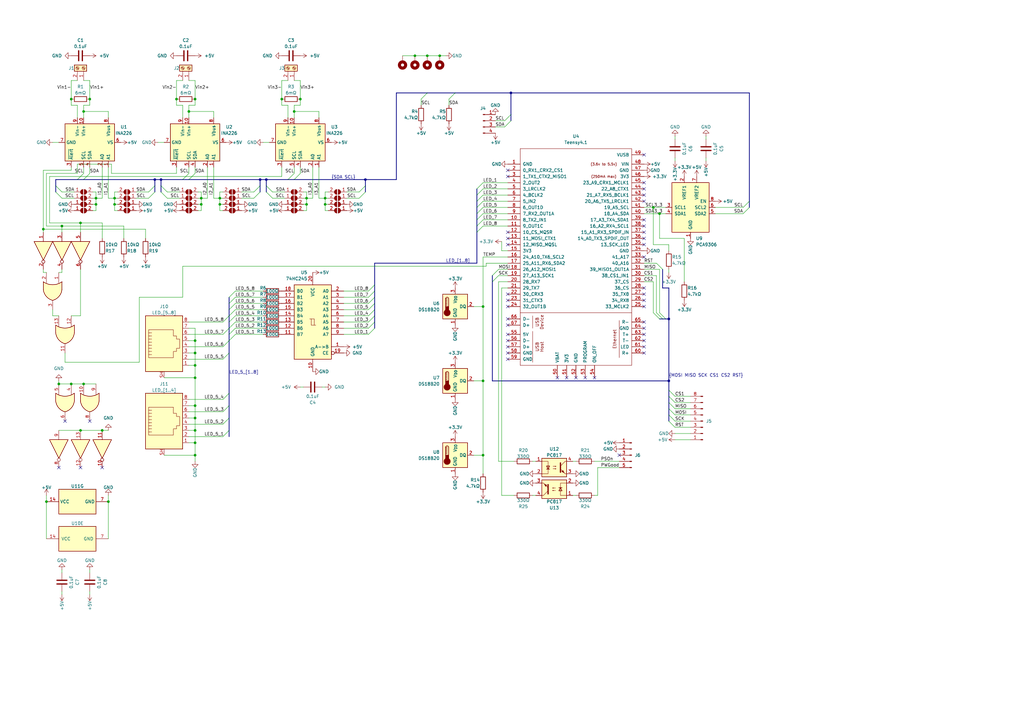
<source format=kicad_sch>
(kicad_sch (version 20230121) (generator eeschema)
  (paper "A3")
  (junction (at 198.12 125.73))
  (junction (at 63.5 73.66))
  (junction (at 44.45 205.74))
  (junction (at 90.17 81.28))
  (junction (at 82.55 81.28))
  (junction (at 80.01 139.7))
  (junction (at 80.01 176.53))
  (junction (at 120.65 45.72))
  (junction (at 46.99 81.28))
  (junction (at 209.55 38.1))
  (junction (at 36.83 40.64))
  (junction (at 106.68 73.66))
  (junction (at 125.73 83.82))
  (junction (at 80.01 166.37))
  (junction (at 82.55 83.82))
  (junction (at 109.22 73.66))
  (junction (at 80.01 154.94))
  (junction (at 29.21 157.48))
  (junction (at 175.26 22.86))
  (junction (at 39.37 83.82))
  (junction (at 80.01 149.86))
  (junction (at 80.01 186.69))
  (junction (at 77.47 45.72))
  (junction (at 198.12 156.21))
  (junction (at 274.32 130.81))
  (junction (at 66.04 73.66))
  (junction (at 125.73 81.28))
  (junction (at 34.29 157.48))
  (junction (at 198.12 186.69))
  (junction (at 29.21 40.64))
  (junction (at 80.01 144.78))
  (junction (at 80.01 40.64))
  (junction (at 133.35 83.82))
  (junction (at 80.01 171.45))
  (junction (at 46.99 83.82))
  (junction (at 115.57 40.64))
  (junction (at 180.34 22.86))
  (junction (at 274.32 156.21))
  (junction (at 170.18 22.86))
  (junction (at 19.05 205.74))
  (junction (at 90.17 83.82))
  (junction (at 24.13 157.48))
  (junction (at 270.51 87.63))
  (junction (at 39.37 81.28))
  (junction (at 123.19 40.64))
  (junction (at 133.35 81.28))
  (junction (at 41.91 176.53))
  (junction (at 80.01 181.61))
  (junction (at 149.86 73.66))
  (junction (at 72.39 40.64))
  (junction (at 25.4 92.71))
  (junction (at 34.29 45.72))
  (junction (at 33.02 176.53))
  (junction (at 33.02 91.44))
  (junction (at 17.78 93.98))
  (junction (at 267.97 85.09))
  (no_connect (at 264.16 123.19))
  (no_connect (at 208.28 133.35))
  (no_connect (at 33.02 191.77))
  (no_connect (at 26.67 172.72))
  (no_connect (at 264.16 82.55))
  (no_connect (at 208.28 69.85))
  (no_connect (at 264.16 90.17))
  (no_connect (at 232.41 154.94))
  (no_connect (at 264.16 132.08))
  (no_connect (at 264.16 80.01))
  (no_connect (at 264.16 92.71))
  (no_connect (at 36.83 172.72))
  (no_connect (at 24.13 191.77))
  (no_connect (at 208.28 137.16))
  (no_connect (at 208.28 147.32))
  (no_connect (at 264.16 144.78))
  (no_connect (at 264.16 134.62))
  (no_connect (at 208.28 97.79))
  (no_connect (at 208.28 95.25))
  (no_connect (at 228.6 154.94))
  (no_connect (at 243.84 154.94))
  (no_connect (at 208.28 139.7))
  (no_connect (at 264.16 100.33))
  (no_connect (at 264.16 137.16))
  (no_connect (at 236.22 154.94))
  (no_connect (at 264.16 97.79))
  (no_connect (at 208.28 125.73))
  (no_connect (at 264.16 142.24))
  (no_connect (at 264.16 105.41))
  (no_connect (at 264.16 74.93))
  (no_connect (at 264.16 139.7))
  (no_connect (at 264.16 120.65))
  (no_connect (at 264.16 77.47))
  (no_connect (at 41.91 191.77))
  (no_connect (at 208.28 100.33))
  (no_connect (at 208.28 142.24))
  (no_connect (at 264.16 63.5))
  (no_connect (at 264.16 118.11))
  (no_connect (at 208.28 72.39))
  (no_connect (at 208.28 123.19))
  (no_connect (at 264.16 95.25))
  (no_connect (at 264.16 125.73))
  (no_connect (at 254 186.69))
  (no_connect (at 240.03 154.94))
  (no_connect (at 208.28 144.78))
  (no_connect (at 208.28 120.65))
  (no_connect (at 208.28 130.81))
  (bus_entry (at 274.32 172.72) (size 2.54 2.54))
  (bus_entry (at 172.72 40.64) (size 2.54 -2.54))
  (bus_entry (at 109.22 78.74) (size 2.54 2.54))
  (bus_entry (at 269.24 107.95) (size 2.54 2.54))
  (bus_entry (at 274.32 162.56) (size 2.54 2.54))
  (bus_entry (at 195.58 77.47) (size 2.54 -2.54))
  (bus_entry (at 207.01 49.53) (size 2.54 -2.54))
  (bus_entry (at 106.68 78.74) (size -2.54 2.54))
  (bus_entry (at 34.29 73.66) (size 2.54 -2.54))
  (bus_entry (at 274.32 165.1) (size 2.54 2.54))
  (bus_entry (at 149.86 76.2) (size -2.54 2.54))
  (bus_entry (at 184.15 40.64) (size 2.54 -2.54))
  (bus_entry (at 109.22 76.2) (size 2.54 2.54))
  (bus_entry (at 269.24 128.27) (size 2.54 2.54))
  (bus_entry (at 198.12 87.63) (size -2.54 2.54))
  (bus_entry (at 96.52 137.16) (size -2.54 2.54))
  (bus_entry (at 201.93 113.03) (size 2.54 -2.54))
  (bus_entry (at 198.12 82.55) (size -2.54 2.54))
  (bus_entry (at 77.47 73.66) (size 2.54 -2.54))
  (bus_entry (at 91.44 163.83) (size 2.54 -2.54))
  (bus_entry (at 96.52 127) (size -2.54 2.54))
  (bus_entry (at 151.13 129.54) (size 2.54 -2.54))
  (bus_entry (at 151.13 127) (size 2.54 -2.54))
  (bus_entry (at 93.98 121.92) (size 2.54 -2.54))
  (bus_entry (at 22.86 76.2) (size 2.54 2.54))
  (bus_entry (at 91.44 142.24) (size 2.54 -2.54))
  (bus_entry (at 274.32 170.18) (size 2.54 2.54))
  (bus_entry (at 207.01 52.07) (size 2.54 -2.54))
  (bus_entry (at 91.44 147.32) (size 2.54 -2.54))
  (bus_entry (at 118.11 73.66) (size 2.54 -2.54))
  (bus_entry (at 93.98 127) (size 2.54 -2.54))
  (bus_entry (at 22.86 78.74) (size 2.54 2.54))
  (bus_entry (at 151.13 121.92) (size 2.54 -2.54))
  (bus_entry (at 195.58 80.01) (size 2.54 -2.54))
  (bus_entry (at 274.32 160.02) (size 2.54 2.54))
  (bus_entry (at 151.13 124.46) (size 2.54 -2.54))
  (bus_entry (at 91.44 137.16) (size 2.54 -2.54))
  (bus_entry (at 270.51 128.27) (size 2.54 2.54))
  (bus_entry (at 96.52 134.62) (size -2.54 2.54))
  (bus_entry (at 74.93 73.66) (size 2.54 -2.54))
  (bus_entry (at 153.67 132.08) (size -2.54 2.54))
  (bus_entry (at 66.04 76.2) (size 2.54 2.54))
  (bus_entry (at 198.12 85.09) (size -2.54 2.54))
  (bus_entry (at 198.12 90.17) (size -2.54 2.54))
  (bus_entry (at 31.75 73.66) (size 2.54 -2.54))
  (bus_entry (at 267.97 128.27) (size 2.54 2.54))
  (bus_entry (at 63.5 78.74) (size -2.54 2.54))
  (bus_entry (at 91.44 132.08) (size 2.54 -2.54))
  (bus_entry (at 149.86 78.74) (size -2.54 2.54))
  (bus_entry (at 195.58 82.55) (size 2.54 -2.54))
  (bus_entry (at 91.44 179.07) (size 2.54 -2.54))
  (bus_entry (at 151.13 119.38) (size 2.54 -2.54))
  (bus_entry (at 274.32 167.64) (size 2.54 2.54))
  (bus_entry (at 106.68 76.2) (size -2.54 2.54))
  (bus_entry (at 153.67 134.62) (size -2.54 2.54))
  (bus_entry (at 304.8 87.63) (size 2.54 -2.54))
  (bus_entry (at 96.52 129.54) (size -2.54 2.54))
  (bus_entry (at 201.93 115.57) (size 2.54 -2.54))
  (bus_entry (at 153.67 129.54) (size -2.54 2.54))
  (bus_entry (at 96.52 132.08) (size -2.54 2.54))
  (bus_entry (at 93.98 124.46) (size 2.54 -2.54))
  (bus_entry (at 120.65 73.66) (size 2.54 -2.54))
  (bus_entry (at 63.5 76.2) (size -2.54 2.54))
  (bus_entry (at 66.04 78.74) (size 2.54 2.54))
  (bus_entry (at 91.44 168.91) (size 2.54 -2.54))
  (bus_entry (at 91.44 173.99) (size 2.54 -2.54))
  (bus_entry (at 304.8 85.09) (size 2.54 -2.54))
  (bus_entry (at 198.12 92.71) (size -2.54 2.54))
  (wire (pts (xy 77.47 142.24) (xy 91.44 142.24)))
  (bus (pts (xy 153.67 121.92) (xy 153.67 124.46)))
  (wire (pts (xy 96.52 132.08) (xy 107.95 132.08)))
  (wire (pts (xy 77.47 43.18) (xy 80.01 43.18)))
  (wire (pts (xy 34.29 43.18) (xy 36.83 43.18)))
  (wire (pts (xy 29.21 68.58) (xy 29.21 69.85)))
  (wire (pts (xy 57.15 148.59) (xy 57.15 121.92)))
  (wire (pts (xy 198.12 82.55) (xy 208.28 82.55)))
  (bus (pts (xy 31.75 73.66) (xy 34.29 73.66)))
  (wire (pts (xy 198.12 125.73) (xy 198.12 105.41)))
  (wire (pts (xy 80.01 134.62) (xy 80.01 139.7)))
  (wire (pts (xy 34.29 48.26) (xy 34.29 45.72)))
  (wire (pts (xy 111.76 78.74) (xy 116.84 78.74)))
  (wire (pts (xy 280.67 97.79) (xy 280.67 115.57)))
  (bus (pts (xy 93.98 127) (xy 93.98 124.46)))
  (wire (pts (xy 96.52 129.54) (xy 107.95 129.54)))
  (wire (pts (xy 96.52 124.46) (xy 107.95 124.46)))
  (wire (pts (xy 39.37 83.82) (xy 39.37 86.36)))
  (wire (pts (xy 44.45 176.53) (xy 41.91 176.53)))
  (wire (pts (xy 41.91 91.44) (xy 41.91 97.79)))
  (bus (pts (xy 63.5 76.2) (xy 63.5 78.74)))
  (wire (pts (xy 80.01 186.69) (xy 80.01 181.61)))
  (wire (pts (xy 77.47 181.61) (xy 80.01 181.61)))
  (wire (pts (xy 72.39 33.02) (xy 72.39 40.64)))
  (wire (pts (xy 36.83 33.02) (xy 36.83 40.64)))
  (wire (pts (xy 67.31 186.69) (xy 80.01 186.69)))
  (wire (pts (xy 77.47 176.53) (xy 80.01 176.53)))
  (wire (pts (xy 24.13 111.76) (xy 25.4 111.76)))
  (wire (pts (xy 194.31 186.69) (xy 198.12 186.69)))
  (wire (pts (xy 264.16 115.57) (xy 267.97 115.57)))
  (wire (pts (xy 41.91 68.58) (xy 41.91 81.28)))
  (bus (pts (xy 195.58 87.63) (xy 195.58 90.17)))
  (wire (pts (xy 198.12 85.09) (xy 208.28 85.09)))
  (wire (pts (xy 44.45 203.2) (xy 44.45 205.74)))
  (wire (pts (xy 68.58 78.74) (xy 73.66 78.74)))
  (wire (pts (xy 184.15 40.64) (xy 184.15 43.18)))
  (wire (pts (xy 80.01 139.7) (xy 80.01 144.78)))
  (bus (pts (xy 274.32 162.56) (xy 274.32 165.1)))
  (wire (pts (xy 25.4 92.71) (xy 50.8 92.71)))
  (wire (pts (xy 120.65 45.72) (xy 120.65 43.18)))
  (bus (pts (xy 186.69 38.1) (xy 175.26 38.1)))
  (wire (pts (xy 90.17 81.28) (xy 90.17 83.82)))
  (wire (pts (xy 269.24 113.03) (xy 269.24 128.27)))
  (wire (pts (xy 77.47 48.26) (xy 77.47 45.72)))
  (bus (pts (xy 93.98 176.53) (xy 93.98 179.07)))
  (wire (pts (xy 80.01 176.53) (xy 80.01 181.61)))
  (wire (pts (xy 120.65 68.58) (xy 120.65 71.12)))
  (wire (pts (xy 34.29 45.72) (xy 44.45 45.72)))
  (bus (pts (xy 195.58 77.47) (xy 195.58 80.01)))
  (wire (pts (xy 48.26 78.74) (xy 46.99 78.74)))
  (wire (pts (xy 276.86 172.72) (xy 283.21 172.72)))
  (bus (pts (xy 209.55 46.99) (xy 209.55 49.53)))
  (wire (pts (xy 77.47 144.78) (xy 80.01 144.78)))
  (wire (pts (xy 199.39 109.22) (xy 199.39 107.95)))
  (wire (pts (xy 44.45 68.58) (xy 44.45 81.28)))
  (wire (pts (xy 140.97 121.92) (xy 151.13 121.92)))
  (wire (pts (xy 77.47 139.7) (xy 80.01 139.7)))
  (wire (pts (xy 81.28 83.82) (xy 82.55 83.82)))
  (wire (pts (xy 204.47 189.23) (xy 210.82 189.23)))
  (wire (pts (xy 82.55 86.36) (xy 81.28 86.36)))
  (wire (pts (xy 140.97 124.46) (xy 151.13 124.46)))
  (wire (pts (xy 74.93 33.02) (xy 72.39 33.02)))
  (bus (pts (xy 201.93 113.03) (xy 201.93 115.57)))
  (wire (pts (xy 90.17 78.74) (xy 90.17 81.28)))
  (wire (pts (xy 39.37 81.28) (xy 39.37 83.82)))
  (wire (pts (xy 270.51 87.63) (xy 273.05 87.63)))
  (wire (pts (xy 123.19 158.75) (xy 124.46 158.75)))
  (wire (pts (xy 245.11 191.77) (xy 245.11 203.2)))
  (wire (pts (xy 24.13 156.21) (xy 24.13 157.48)))
  (wire (pts (xy 17.78 69.85) (xy 17.78 93.98)))
  (bus (pts (xy 149.86 76.2) (xy 149.86 78.74)))
  (wire (pts (xy 140.97 132.08) (xy 151.13 132.08)))
  (bus (pts (xy 195.58 85.09) (xy 195.58 87.63)))
  (wire (pts (xy 276.86 170.18) (xy 283.21 170.18)))
  (wire (pts (xy 243.84 189.23) (xy 254 189.23)))
  (wire (pts (xy 96.52 127) (xy 107.95 127)))
  (wire (pts (xy 25.4 78.74) (xy 30.48 78.74)))
  (wire (pts (xy 133.35 83.82) (xy 133.35 86.36)))
  (wire (pts (xy 45.72 71.12) (xy 72.39 71.12)))
  (wire (pts (xy 77.47 179.07) (xy 91.44 179.07)))
  (bus (pts (xy 93.98 137.16) (xy 93.98 134.62)))
  (wire (pts (xy 17.78 110.49) (xy 17.78 111.76)))
  (wire (pts (xy 80.01 43.18) (xy 80.01 40.64)))
  (wire (pts (xy 198.12 125.73) (xy 198.12 156.21)))
  (wire (pts (xy 245.11 203.2) (xy 243.84 203.2)))
  (wire (pts (xy 46.99 81.28) (xy 46.99 83.82)))
  (wire (pts (xy 125.73 83.82) (xy 125.73 86.36)))
  (bus (pts (xy 195.58 92.71) (xy 195.58 95.25)))
  (wire (pts (xy 125.73 78.74) (xy 125.73 81.28)))
  (wire (pts (xy 77.47 137.16) (xy 91.44 137.16)))
  (wire (pts (xy 46.99 81.28) (xy 44.45 81.28)))
  (bus (pts (xy 153.67 116.84) (xy 153.67 119.38)))
  (wire (pts (xy 80.01 149.86) (xy 80.01 154.94)))
  (wire (pts (xy 245.11 191.77) (xy 254 191.77)))
  (wire (pts (xy 293.37 87.63) (xy 304.8 87.63)))
  (wire (pts (xy 77.47 33.02) (xy 80.01 33.02)))
  (bus (pts (xy 307.34 85.09) (xy 307.34 82.55)))
  (bus (pts (xy 149.86 73.66) (xy 162.56 73.66)))
  (wire (pts (xy 91.44 83.82) (xy 90.17 83.82)))
  (wire (pts (xy 267.97 100.33) (xy 274.32 100.33)))
  (wire (pts (xy 104.14 81.28) (xy 99.06 81.28)))
  (wire (pts (xy 29.21 40.64) (xy 29.21 43.18)))
  (bus (pts (xy 120.65 73.66) (xy 149.86 73.66)))
  (wire (pts (xy 267.97 115.57) (xy 267.97 128.27)))
  (wire (pts (xy 198.12 90.17) (xy 208.28 90.17)))
  (wire (pts (xy 130.81 68.58) (xy 130.81 81.28)))
  (wire (pts (xy 77.47 68.58) (xy 77.47 71.12)))
  (wire (pts (xy 38.1 83.82) (xy 39.37 83.82)))
  (wire (pts (xy 85.09 68.58) (xy 85.09 81.28)))
  (wire (pts (xy 276.86 165.1) (xy 283.21 165.1)))
  (wire (pts (xy 276.86 162.56) (xy 283.21 162.56)))
  (wire (pts (xy 31.75 71.12) (xy 31.75 67.31)))
  (wire (pts (xy 175.26 22.86) (xy 180.34 22.86)))
  (bus (pts (xy 201.93 115.57) (xy 201.93 156.21)))
  (wire (pts (xy 44.45 205.74) (xy 44.45 220.98)))
  (wire (pts (xy 77.47 173.99) (xy 91.44 173.99)))
  (wire (pts (xy 125.73 81.28) (xy 128.27 81.28)))
  (wire (pts (xy 24.13 157.48) (xy 29.21 157.48)))
  (wire (pts (xy 67.31 154.94) (xy 80.01 154.94)))
  (bus (pts (xy 153.67 127) (xy 153.67 129.54)))
  (wire (pts (xy 115.57 40.64) (xy 115.57 43.18)))
  (bus (pts (xy 106.68 76.2) (xy 106.68 78.74)))
  (wire (pts (xy 72.39 43.18) (xy 74.93 43.18)))
  (wire (pts (xy 68.58 81.28) (xy 73.66 81.28)))
  (wire (pts (xy 289.56 66.04) (xy 289.56 64.77)))
  (wire (pts (xy 276.86 180.34) (xy 283.21 180.34)))
  (wire (pts (xy 172.72 40.64) (xy 172.72 43.18)))
  (bus (pts (xy 106.68 73.66) (xy 109.22 73.66)))
  (wire (pts (xy 205.74 118.11) (xy 208.28 118.11)))
  (bus (pts (xy 201.93 156.21) (xy 274.32 156.21)))
  (wire (pts (xy 140.97 129.54) (xy 151.13 129.54)))
  (bus (pts (xy 106.68 73.66) (xy 106.68 76.2)))
  (wire (pts (xy 29.21 43.18) (xy 31.75 43.18)))
  (wire (pts (xy 198.12 87.63) (xy 208.28 87.63)))
  (bus (pts (xy 274.32 160.02) (xy 274.32 162.56)))
  (wire (pts (xy 77.47 163.83) (xy 91.44 163.83)))
  (wire (pts (xy 198.12 186.69) (xy 198.12 194.31)))
  (wire (pts (xy 198.12 105.41) (xy 208.28 105.41)))
  (wire (pts (xy 293.37 85.09) (xy 304.8 85.09)))
  (bus (pts (xy 271.78 130.81) (xy 273.05 130.81)))
  (wire (pts (xy 124.46 78.74) (xy 125.73 78.74)))
  (wire (pts (xy 96.52 121.92) (xy 107.95 121.92)))
  (wire (pts (xy 96.52 137.16) (xy 107.95 137.16)))
  (wire (pts (xy 140.97 137.16) (xy 151.13 137.16)))
  (wire (pts (xy 205.74 118.11) (xy 205.74 203.2)))
  (bus (pts (xy 22.86 73.66) (xy 22.86 76.2)))
  (wire (pts (xy 48.26 81.28) (xy 46.99 81.28)))
  (wire (pts (xy 25.4 243.84) (xy 25.4 242.57)))
  (wire (pts (xy 44.45 48.26) (xy 44.45 45.72)))
  (bus (pts (xy 74.93 73.66) (xy 77.47 73.66)))
  (wire (pts (xy 91.44 78.74) (xy 90.17 78.74)))
  (wire (pts (xy 115.57 72.39) (xy 20.32 72.39)))
  (wire (pts (xy 219.71 203.2) (xy 218.44 203.2)))
  (bus (pts (xy 93.98 161.29) (xy 93.98 166.37)))
  (wire (pts (xy 205.74 102.87) (xy 205.74 99.06)))
  (wire (pts (xy 130.81 45.72) (xy 130.81 48.26)))
  (wire (pts (xy 134.62 81.28) (xy 133.35 81.28)))
  (wire (pts (xy 270.51 97.79) (xy 270.51 87.63)))
  (wire (pts (xy 26.67 144.78) (xy 26.67 148.59)))
  (wire (pts (xy 267.97 85.09) (xy 267.97 100.33)))
  (bus (pts (xy 274.32 165.1) (xy 274.32 167.64)))
  (wire (pts (xy 107.95 58.42) (xy 110.49 58.42)))
  (wire (pts (xy 118.11 43.18) (xy 118.11 48.26)))
  (wire (pts (xy 205.74 203.2) (xy 210.82 203.2)))
  (wire (pts (xy 19.05 71.12) (xy 31.75 71.12)))
  (bus (pts (xy 109.22 73.66) (xy 118.11 73.66)))
  (wire (pts (xy 25.4 81.28) (xy 30.48 81.28)))
  (wire (pts (xy 264.16 87.63) (xy 270.51 87.63)))
  (wire (pts (xy 45.72 67.31) (xy 45.72 71.12)))
  (wire (pts (xy 34.29 157.48) (xy 39.37 157.48)))
  (wire (pts (xy 274.32 100.33) (xy 274.32 102.87)))
  (bus (pts (xy 34.29 73.66) (xy 63.5 73.66)))
  (bus (pts (xy 270.51 130.81) (xy 271.78 130.81)))
  (bus (pts (xy 195.58 90.17) (xy 195.58 92.71)))
  (wire (pts (xy 19.05 203.2) (xy 19.05 205.74)))
  (wire (pts (xy 208.28 102.87) (xy 205.74 102.87)))
  (bus (pts (xy 22.86 73.66) (xy 31.75 73.66)))
  (wire (pts (xy 77.47 132.08) (xy 91.44 132.08)))
  (wire (pts (xy 124.46 81.28) (xy 125.73 81.28)))
  (wire (pts (xy 38.1 81.28) (xy 39.37 81.28)))
  (wire (pts (xy 270.51 110.49) (xy 270.51 128.27)))
  (wire (pts (xy 77.47 171.45) (xy 80.01 171.45)))
  (wire (pts (xy 147.32 81.28) (xy 142.24 81.28)))
  (bus (pts (xy 274.32 156.21) (xy 274.32 160.02)))
  (bus (pts (xy 274.32 118.11) (xy 271.78 118.11)))
  (wire (pts (xy 31.75 33.02) (xy 29.21 33.02)))
  (wire (pts (xy 80.01 154.94) (xy 80.01 166.37)))
  (wire (pts (xy 34.29 68.58) (xy 34.29 71.12)))
  (bus (pts (xy 66.04 76.2) (xy 66.04 78.74)))
  (wire (pts (xy 90.17 83.82) (xy 90.17 86.36)))
  (wire (pts (xy 77.47 134.62) (xy 80.01 134.62)))
  (wire (pts (xy 59.69 93.98) (xy 59.69 97.79)))
  (wire (pts (xy 123.19 68.58) (xy 123.19 71.12)))
  (wire (pts (xy 133.35 81.28) (xy 130.81 81.28)))
  (wire (pts (xy 124.46 83.82) (xy 125.73 83.82)))
  (bus (pts (xy 153.67 132.08) (xy 153.67 134.62)))
  (bus (pts (xy 274.32 130.81) (xy 274.32 156.21)))
  (wire (pts (xy 133.35 78.74) (xy 133.35 81.28)))
  (bus (pts (xy 66.04 73.66) (xy 74.93 73.66)))
  (wire (pts (xy 208.28 115.57) (xy 204.47 115.57)))
  (bus (pts (xy 153.67 124.46) (xy 153.67 127)))
  (wire (pts (xy 90.17 81.28) (xy 87.63 81.28)))
  (wire (pts (xy 50.8 92.71) (xy 50.8 97.79)))
  (wire (pts (xy 33.02 91.44) (xy 41.91 91.44)))
  (wire (pts (xy 17.78 93.98) (xy 59.69 93.98)))
  (wire (pts (xy 74.93 43.18) (xy 74.93 48.26)))
  (wire (pts (xy 36.83 233.68) (xy 36.83 234.95)))
  (wire (pts (xy 234.95 189.23) (xy 236.22 189.23)))
  (wire (pts (xy 77.47 45.72) (xy 87.63 45.72)))
  (wire (pts (xy 125.73 86.36) (xy 124.46 86.36)))
  (wire (pts (xy 115.57 68.58) (xy 115.57 72.39)))
  (wire (pts (xy 134.62 78.74) (xy 133.35 78.74)))
  (wire (pts (xy 128.27 68.58) (xy 128.27 81.28)))
  (bus (pts (xy 175.26 38.1) (xy 162.56 38.1)))
  (wire (pts (xy 17.78 93.98) (xy 17.78 95.25)))
  (wire (pts (xy 118.11 33.02) (xy 115.57 33.02)))
  (bus (pts (xy 153.67 107.95) (xy 195.58 107.95)))
  (wire (pts (xy 82.55 83.82) (xy 82.55 86.36)))
  (wire (pts (xy 80.01 144.78) (xy 80.01 149.86)))
  (wire (pts (xy 276.86 66.04) (xy 276.86 64.77)))
  (wire (pts (xy 29.21 157.48) (xy 34.29 157.48)))
  (wire (pts (xy 276.86 175.26) (xy 283.21 175.26)))
  (wire (pts (xy 276.86 167.64) (xy 283.21 167.64)))
  (bus (pts (xy 93.98 132.08) (xy 93.98 129.54)))
  (wire (pts (xy 25.4 233.68) (xy 25.4 234.95)))
  (wire (pts (xy 274.32 110.49) (xy 274.32 111.76)))
  (wire (pts (xy 77.47 166.37) (xy 80.01 166.37)))
  (bus (pts (xy 77.47 73.66) (xy 106.68 73.66)))
  (wire (pts (xy 140.97 119.38) (xy 151.13 119.38)))
  (wire (pts (xy 20.32 91.44) (xy 33.02 91.44)))
  (bus (pts (xy 186.69 38.1) (xy 209.55 38.1)))
  (wire (pts (xy 204.47 115.57) (xy 204.47 189.23)))
  (bus (pts (xy 93.98 129.54) (xy 93.98 127)))
  (bus (pts (xy 109.22 73.66) (xy 109.22 76.2)))
  (wire (pts (xy 19.05 205.74) (xy 19.05 220.98)))
  (wire (pts (xy 199.39 107.95) (xy 208.28 107.95)))
  (wire (pts (xy 133.35 158.75) (xy 132.08 158.75)))
  (wire (pts (xy 17.78 111.76) (xy 19.05 111.76)))
  (wire (pts (xy 111.76 81.28) (xy 116.84 81.28)))
  (wire (pts (xy 280.67 97.79) (xy 270.51 97.79)))
  (bus (pts (xy 93.98 124.46) (xy 93.98 121.92)))
  (wire (pts (xy 33.02 176.53) (xy 41.91 176.53)))
  (bus (pts (xy 273.05 130.81) (xy 274.32 130.81)))
  (wire (pts (xy 80.01 68.58) (xy 80.01 71.12)))
  (wire (pts (xy 77.47 45.72) (xy 77.47 43.18)))
  (wire (pts (xy 147.32 78.74) (xy 142.24 78.74)))
  (wire (pts (xy 90.17 86.36) (xy 91.44 86.36)))
  (bus (pts (xy 22.86 76.2) (xy 22.86 78.74)))
  (wire (pts (xy 218.44 189.23) (xy 219.71 189.23)))
  (wire (pts (xy 80.01 33.02) (xy 80.01 40.64)))
  (wire (pts (xy 264.16 107.95) (xy 269.24 107.95)))
  (wire (pts (xy 264.16 85.09) (xy 267.97 85.09)))
  (wire (pts (xy 264.16 113.03) (xy 269.24 113.03)))
  (bus (pts (xy 195.58 80.01) (xy 195.58 82.55)))
  (wire (pts (xy 77.47 149.86) (xy 80.01 149.86)))
  (wire (pts (xy 77.47 147.32) (xy 91.44 147.32)))
  (wire (pts (xy 80.01 166.37) (xy 80.01 171.45)))
  (bus (pts (xy 153.67 119.38) (xy 153.67 121.92)))
  (wire (pts (xy 57.15 121.92) (xy 74.93 121.92)))
  (wire (pts (xy 120.65 43.18) (xy 123.19 43.18)))
  (bus (pts (xy 93.98 139.7) (xy 93.98 144.78)))
  (wire (pts (xy 48.26 83.82) (xy 46.99 83.82)))
  (wire (pts (xy 33.02 129.54) (xy 33.02 110.49)))
  (wire (pts (xy 29.21 33.02) (xy 29.21 40.64)))
  (wire (pts (xy 194.31 156.21) (xy 198.12 156.21)))
  (wire (pts (xy 33.02 91.44) (xy 33.02 95.25)))
  (wire (pts (xy 25.4 92.71) (xy 25.4 95.25)))
  (wire (pts (xy 204.47 113.03) (xy 208.28 113.03)))
  (wire (pts (xy 120.65 45.72) (xy 130.81 45.72)))
  (bus (pts (xy 209.55 38.1) (xy 209.55 46.99)))
  (wire (pts (xy 31.75 43.18) (xy 31.75 48.26)))
  (wire (pts (xy 36.83 68.58) (xy 36.83 71.12)))
  (wire (pts (xy 180.34 22.86) (xy 182.88 22.86)))
  (wire (pts (xy 81.28 81.28) (xy 82.55 81.28)))
  (bus (pts (xy 149.86 73.66) (xy 149.86 76.2)))
  (wire (pts (xy 120.65 33.02) (xy 123.19 33.02)))
  (wire (pts (xy 36.83 243.84) (xy 36.83 242.57)))
  (bus (pts (xy 93.98 139.7) (xy 93.98 137.16)))
  (wire (pts (xy 115.57 33.02) (xy 115.57 40.64)))
  (wire (pts (xy 74.93 109.22) (xy 74.93 121.92)))
  (wire (pts (xy 29.21 69.85) (xy 17.78 69.85)))
  (wire (pts (xy 194.31 125.73) (xy 198.12 125.73)))
  (wire (pts (xy 74.93 109.22) (xy 199.39 109.22)))
  (bus (pts (xy 63.5 73.66) (xy 63.5 76.2)))
  (wire (pts (xy 198.12 80.01) (xy 208.28 80.01)))
  (wire (pts (xy 115.57 43.18) (xy 118.11 43.18)))
  (wire (pts (xy 204.47 110.49) (xy 208.28 110.49)))
  (wire (pts (xy 21.59 58.42) (xy 24.13 58.42)))
  (wire (pts (xy 31.75 67.31) (xy 45.72 67.31)))
  (bus (pts (xy 307.34 82.55) (xy 307.34 38.1)))
  (wire (pts (xy 82.55 81.28) (xy 82.55 83.82)))
  (wire (pts (xy 81.28 78.74) (xy 82.55 78.74)))
  (wire (pts (xy 87.63 68.58) (xy 87.63 81.28)))
  (bus (pts (xy 195.58 95.25) (xy 195.58 107.95)))
  (wire (pts (xy 198.12 186.69) (xy 198.12 156.21)))
  (wire (pts (xy 165.1 22.86) (xy 170.18 22.86)))
  (wire (pts (xy 46.99 78.74) (xy 46.99 81.28)))
  (wire (pts (xy 77.47 168.91) (xy 91.44 168.91)))
  (bus (pts (xy 118.11 73.66) (xy 120.65 73.66)))
  (bus (pts (xy 153.67 107.95) (xy 153.67 116.84)))
  (wire (pts (xy 72.39 40.64) (xy 72.39 43.18)))
  (wire (pts (xy 276.86 177.8) (xy 283.21 177.8)))
  (bus (pts (xy 66.04 73.66) (xy 66.04 76.2)))
  (wire (pts (xy 25.4 111.76) (xy 25.4 110.49)))
  (wire (pts (xy 60.96 78.74) (xy 55.88 78.74)))
  (wire (pts (xy 39.37 78.74) (xy 39.37 81.28)))
  (wire (pts (xy 134.62 83.82) (xy 133.35 83.82)))
  (wire (pts (xy 20.32 72.39) (xy 20.32 91.44)))
  (wire (pts (xy 38.1 78.74) (xy 39.37 78.74)))
  (wire (pts (xy 198.12 74.93) (xy 208.28 74.93)))
  (wire (pts (xy 60.96 81.28) (xy 55.88 81.28)))
  (bus (pts (xy 63.5 73.66) (xy 66.04 73.66)))
  (wire (pts (xy 123.19 33.02) (xy 123.19 40.64)))
  (bus (pts (xy 209.55 38.1) (xy 307.34 38.1)))
  (bus (pts (xy 153.67 129.54) (xy 153.67 132.08)))
  (wire (pts (xy 39.37 86.36) (xy 38.1 86.36)))
  (wire (pts (xy 82.55 78.74) (xy 82.55 81.28)))
  (wire (pts (xy 267.97 85.09) (xy 273.05 85.09)))
  (wire (pts (xy 140.97 127) (xy 151.13 127)))
  (wire (pts (xy 289.56 55.88) (xy 289.56 57.15)))
  (wire (pts (xy 170.18 22.86) (xy 175.26 22.86)))
  (bus (pts (xy 93.98 144.78) (xy 93.98 161.29)))
  (wire (pts (xy 203.2 49.53) (xy 207.01 49.53)))
  (wire (pts (xy 203.2 52.07) (xy 207.01 52.07)))
  (wire (pts (xy 91.44 81.28) (xy 90.17 81.28)))
  (wire (pts (xy 125.73 81.28) (xy 125.73 83.82)))
  (bus (pts (xy 274.32 167.64) (xy 274.32 170.18)))
  (wire (pts (xy 276.86 55.88) (xy 276.86 57.15)))
  (wire (pts (xy 96.52 134.62) (xy 107.95 134.62)))
  (wire (pts (xy 264.16 110.49) (xy 270.51 110.49)))
  (bus (pts (xy 274.32 130.81) (xy 274.32 118.11)))
  (wire (pts (xy 46.99 86.36) (xy 48.26 86.36)))
  (wire (pts (xy 236.22 203.2) (xy 234.95 203.2)))
  (bus (pts (xy 195.58 82.55) (xy 195.58 85.09)))
  (wire (pts (xy 21.59 127) (xy 21.59 129.54)))
  (wire (pts (xy 123.19 43.18) (xy 123.19 40.64)))
  (wire (pts (xy 133.35 86.36) (xy 134.62 86.36)))
  (wire (pts (xy 140.97 134.62) (xy 151.13 134.62)))
  (wire (pts (xy 72.39 68.58) (xy 72.39 71.12)))
  (wire (pts (xy 198.12 77.47) (xy 208.28 77.47)))
  (wire (pts (xy 96.52 119.38) (xy 107.95 119.38)))
  (wire (pts (xy 34.29 45.72) (xy 34.29 43.18)))
  (wire (pts (xy 198.12 92.71) (xy 208.28 92.71)))
  (wire (pts (xy 80.01 171.45) (xy 80.01 176.53)))
  (bus (pts (xy 93.98 166.37) (xy 93.98 171.45)))
  (wire (pts (xy 24.13 176.53) (xy 33.02 176.53)))
  (bus (pts (xy 93.98 134.62) (xy 93.98 132.08)))
  (wire (pts (xy 87.63 45.72) (xy 87.63 48.26)))
  (wire (pts (xy 82.55 81.28) (xy 85.09 81.28)))
  (wire (pts (xy 26.67 148.59) (xy 57.15 148.59)))
  (wire (pts (xy 133.35 81.28) (xy 133.35 83.82)))
  (wire (pts (xy 19.05 71.12) (xy 19.05 92.71)))
  (wire (pts (xy 80.01 189.23) (xy 80.01 186.69)))
  (bus (pts (xy 271.78 110.49) (xy 271.78 118.11)))
  (wire (pts (xy 21.59 129.54) (xy 24.13 129.54)))
  (bus (pts (xy 93.98 171.45) (xy 93.98 176.53)))
  (wire (pts (xy 29.21 129.54) (xy 33.02 129.54)))
  (wire (pts (xy 64.77 58.42) (xy 67.31 58.42)))
  (bus (pts (xy 274.32 170.18) (xy 274.32 172.72)))
  (wire (pts (xy 19.05 92.71) (xy 25.4 92.71)))
  (wire (pts (xy 39.37 81.28) (xy 41.91 81.28)))
  (wire (pts (xy 36.83 43.18) (xy 36.83 40.64)))
  (bus (pts (xy 109.22 76.2) (xy 109.22 78.74)))
  (wire (pts (xy 104.14 78.74) (xy 99.06 78.74)))
  (wire (pts (xy 34.29 33.02) (xy 36.83 33.02)))
  (wire (pts (xy 120.65 48.26) (xy 120.65 45.72)))
  (bus (pts (xy 162.56 38.1) (xy 162.56 73.66)))
  (wire (pts (xy 46.99 83.82) (xy 46.99 86.36)))
  (label "LED_1" (at 151.13 137.16 180))
  (label "LED_5_5" (at 83.82 147.32 0))
  (label "CS2" (at 267.97 115.57 180))
  (label "LED_2" (at 198.12 77.47 0))
  (label "SCL" (at 146.05 81.28 180))
  (label "LED_5_3" (at 96.52 132.08 0))
  (label "LED_5_4" (at 83.82 163.83 0))
  (label "LED_5_7" (at 96.52 121.92 0))
  (label "LED_5_8" (at 96.52 119.38 0))
  (label "SCL" (at 26.67 81.28 0))
  (label "I3_A1" (at 130.81 80.01 90))
  (label "LED_8" (at 151.13 119.38 180))
  (label "I3_A0" (at 128.27 80.01 90))
  (label "SDA" (at 59.6189 78.74 180))
  (label "SCL" (at 113.03 81.28 0))
  (label "SDA" (at 102.7989 78.74 180))
  (label "LED_5_8" (at 83.82 132.08 0))
  (label "RST" (at 276.86 175.26 0))
  (label "LED_[1..8]" (at 182.88 107.95 0))
  (label "CS1" (at 267.97 113.03 180))
  (label "LED_5_6" (at 96.52 124.46 0))
  (label "SDA" (at 304.8 87.63 180))
  (label "SCK" (at 276.86 172.72 0))
  (label "SDA" (at 26.7411 78.74 0))
  (label "I2_A0" (at 85.09 80.01 90))
  (label "LED_5_1" (at 96.52 137.16 0))
  (label "Vin2-" (at 72.39 36.83 180))
  (label "PSOn" (at 246.38 189.23 0))
  (label "LED_5_6" (at 83.82 142.24 0))
  (label "TEMP" (at 198.12 105.41 0))
  (label "SDA" (at 184.15 43.18 0))
  (label "LED_2" (at 151.13 134.62 180))
  (label "LED_6" (at 198.12 87.63 0))
  (label "LED_4" (at 198.12 82.55 0))
  (label "{MOSI MISO SCK CS1 CS2 RST}" (at 274.32 154.94 0))
  (label "{SDA SCL}" (at 135.89 73.66 0))
  (label "LED_5_5" (at 96.52 127 0))
  (label "LED_5_2" (at 83.82 173.99 0))
  (label "I1_A0" (at 41.91 80.01 90))
  (label "SCL" (at 77.47 71.12 180))
  (label "LED_5_[1..8]" (at 93.98 153.67 0))
  (label "CS1" (at 276.86 162.56 0))
  (label "SCL" (at 69.85 81.28 0))
  (label "Vin1+" (at 36.83 36.83 0))
  (label "LED_5_3" (at 83.82 168.91 0))
  (label "LED_5" (at 198.12 85.09 0))
  (label "CS2" (at 276.86 165.1 0))
  (label "MISO" (at 264.16 110.49 0))
  (label "LED_7" (at 151.13 121.92 180))
  (label "PWGood" (at 246.38 191.77 0))
  (label "MISO" (at 276.86 167.64 0))
  (label "SCL" (at 203.2 49.53 0))
  (label "Vin1-" (at 29.21 36.83 180))
  (label "SCL3_3" (at 271.78 85.09 180))
  (label "SDA" (at 203.2 52.07 0))
  (label "LED_5_1" (at 83.82 179.07 0))
  (label "LED_1" (at 198.12 74.93 0))
  (label "SDA" (at 113.1011 78.74 0))
  (label "I1_A1" (at 44.45 80.01 90))
  (label "I2_A1" (at 87.63 80.01 90))
  (label "LED_5_2" (at 96.52 134.62 0))
  (label "SDA3_3" (at 271.78 87.63 180))
  (label "SDA" (at 80.01 71.12 0))
  (label "SCL" (at 34.29 71.12 180))
  (label "LED_5_7" (at 83.82 137.16 0))
  (label "LED_8" (at 198.12 92.71 0))
  (label "MOSI" (at 276.86 170.18 0))
  (label "LED_5_4" (at 96.52 129.54 0))
  (label "SCL" (at 304.8 85.09 180))
  (label "LED_6" (at 151.13 124.46 180))
  (label "Vin3-" (at 115.57 36.83 180))
  (label "SCL" (at 120.65 71.12 180))
  (label "LED_7" (at 198.12 90.17 0))
  (label "SDA" (at 69.9211 78.74 0))
  (label "LED_3" (at 151.13 132.08 180))
  (label "SCK" (at 204.47 113.03 0))
  (label "LED_5" (at 151.13 127 180))
  (label "SCL" (at 172.72 43.18 0))
  (label "Vin2+" (at 80.01 36.83 0))
  (label "LED_4" (at 151.13 129.54 180))
  (label "SCL" (at 59.69 81.28 180))
  (label "RST" (at 264.16 107.95 0))
  (label "SCL" (at 102.87 81.28 180))
  (label "SDA" (at 123.19 71.12 0))
  (label "Vin3+" (at 123.19 36.83 0))
  (label "SDA" (at 36.83 71.12 0))
  (label "MOSI" (at 204.47 110.49 0))
  (label "SDA" (at 145.9789 78.74 180))
  (label "LED_3" (at 198.12 80.01 0))
  (symbol (lib_id "Device:R") (at 214.63 203.2 90) (unit 1)
    (property "Reference" "R25" (at 214.63 207.01 90) (effects (justify bottom)))
    (property "Value" "330Ω" (at 214.63 204.47 90) (effects (justify bottom)))
    (property "Footprint" "Resistor_SMD:R_0805_2012Metric" (effects hide))
  )
  (symbol (lib_id "Jumper:SolderJumper_2_Open") (at 52.07 78.74 0) (mirror y) (unit 1)
    (property "Reference" "JP5" (effects hide))
    (property "Value" "SolderJumper_2_Open" (effects hide))
    (property "Footprint" "Jumper:SolderJumper-2_P1.3mm_Open_TrianglePad1.0x1.5mm" (effects hide))
  )
  (symbol (lib_id "Jumper:SolderJumper_2_Open") (at 95.25 81.28 0) (mirror y) (unit 1)
    (property "Reference" "JP12" (effects hide))
    (property "Value" "SolderJumper_2_Open" (effects hide))
    (property "Footprint" "Jumper:SolderJumper-2_P1.3mm_Open_TrianglePad1.0x1.5mm" (effects hide))
  )
  (symbol (lib_id "power:+5V") (at 25.4 243.84 180) (unit 1)
    (property "Reference" "#PWR067" (effects hide))
    (property "Value" "+5V" (at 25.4 246.38 90) (effects (justify left)))
  )
  (symbol (lib_id "power:GND") (at 264.16 102.87 90) (unit 1)
    (property "Reference" "#PWR026" (effects hide))
    (property "Value" "GND" (at 266.7 102.87 90) (effects (justify right)))
  )
  (symbol (lib_id "Device:R") (at 76.2 40.64 90) (unit 1)
    (property "Reference" "R2" (at 76.2 35.56 90))
    (property "Value" "6mΩ" (at 76.2 38.1 90))
    (property "Footprint" "Resistor_SMD:R_2512_6332Metric" (effects hide))
  )
  (symbol (lib_id "Device:R") (at 240.03 189.23 270) (unit 1)
    (property "Reference" "R21" (at 240.03 185.42 90) (effects (justify bottom)))
    (property "Value" "330Ω" (at 240.03 187.96 90) (effects (justify bottom)))
    (property "Footprint" "Resistor_SMD:R_0805_2012Metric" (effects hide))
  )
  (symbol (lib_id "Jumper:SolderJumper_2_Open") (at 120.65 81.28 0) (unit 1)
    (property "Reference" "JP19" (effects hide))
    (property "Value" "SolderJumper_2_Open" (effects hide))
    (property "Footprint" "Jumper:SolderJumper-2_P1.3mm_Open_TrianglePad1.0x1.5mm" (effects hide))
  )
  (symbol (lib_id "power:+3.3V") (at 280.67 72.39 0) (unit 1)
    (property "Reference" "#PWR055" (effects hide))
    (property "Value" "+3.3V" (at 280.67 68.58 0))
  )
  (symbol (lib_id "Device:R") (at 59.69 101.6 180) (unit 1)
    (property "Reference" "R19" (at 60.96 102.87 0) (effects (justify right)))
    (property "Value" "10kΩ" (at 60.96 100.33 0) (effects (justify right)))
    (property "Footprint" "Resistor_SMD:R_0805_2012Metric" (effects hide))
  )
  (symbol (lib_id "74xx:74LS32") (at 31.75 220.98 90) (unit 5)
    (property "Reference" "U10" (at 31.75 214.63 90))
    (property "Value" "74LS32" (effects hide))
    (property "Footprint" "Package_SO:SO-14_3.9x8.65mm_P1.27mm" (effects hide))
    (property "Datasheet" "http://www.ti.com/lit/gpn/sn74LS32" (effects hide))
  )
  (symbol (lib_id "Device:R") (at 111.76 127 90) (unit 1)
    (property "Reference" "R9" (at 109.22 125.73 90) (effects (justify left)))
    (property "Value" "100Ω" (at 114.3 127 90) (effects (justify left)))
    (property "Footprint" "Resistor_SMD:R_0805_2012Metric" (effects hide))
  )
  (symbol (lib_id "power:+3.3V") (at 186.69 148.59 0) (unit 1)
    (property "Reference" "#PWR028" (effects hide))
    (property "Value" "+3.3V" (at 186.69 144.78 0))
  )
  (symbol (lib_id "power:GND") (at 234.95 194.31 90) (unit 1)
    (property "Reference" "#PWR076" (effects hide))
    (property "Value" "GND" (at 237.49 194.31 90) (effects (justify right)))
  )
  (symbol (lib_id "power:+5V") (at 36.83 243.84 180) (unit 1)
    (property "Reference" "#PWR068" (effects hide))
    (property "Value" "+5V" (at 36.83 246.38 90) (effects (justify left)))
  )
  (symbol (lib_id "Sensor_Energy:INA226") (at 36.83 58.42 270) (unit 1)
    (property "Reference" "U1" (at 50.8 52.07 90))
    (property "Value" "INA226" (at 50.8 54.61 90))
    (property "Footprint" "Package_SO:VSSOP-10_3x3mm_P0.5mm" (effects hide))
    (property "Datasheet" "http://www.ti.com/lit/ds/symlink/ina226.pdf" (effects hide))
  )
  (symbol (lib_id "Jumper:SolderJumper_2_Open") (at 120.65 83.82 0) (unit 1)
    (property "Reference" "JP21" (effects hide))
    (property "Value" "SolderJumper_2_Open" (effects hide))
    (property "Footprint" "Jumper:SolderJumper-2_P1.3mm_Open_TrianglePad1.0x1.5mm" (effects hide))
  )
  (symbol (lib_id "Device:R") (at 198.12 198.12 180) (unit 1)
    (property "Reference" "R14" (at 196.85 196.85 0) (effects (justify left)))
    (property "Value" "4.7kΩ" (at 196.85 199.39 0) (effects (justify left)))
    (property "Footprint" "Resistor_SMD:R_0805_2012Metric" (effects hide))
  )
  (symbol (lib_id "power:+3.3V") (at 280.67 123.19 180) (unit 1)
    (property "Reference" "#PWR057" (effects hide))
    (property "Value" "+3.3V" (at 280.67 127 0))
  )
  (symbol (lib_id "power:+5V") (at 41.91 105.41 180) (unit 1)
    (property "Reference" "#PWR062" (effects hide))
    (property "Value" "+5V" (at 41.91 109.22 0))
  )
  (symbol (lib_id "74xx:74AHC04") (at 41.91 184.15 270) (unit 5)
    (property "Reference" "U11" (effects hide))
    (property "Value" "74AHC04" (effects hide))
    (property "Footprint" "Package_SO:SO-14_3.9x8.65mm_P1.27mm" (effects hide))
    (property "Datasheet" "2" (effects hide))
  )
  (symbol (lib_id "Jumper:SolderJumper_2_Open") (at 95.25 83.82 0) (mirror y) (unit 1)
    (property "Reference" "JP14" (effects hide))
    (property "Value" "SolderJumper_2_Open" (effects hide))
    (property "Footprint" "Jumper:SolderJumper-2_P1.3mm_Open_TrianglePad1.0x1.5mm" (effects hide))
  )
  (symbol (lib_id "Device:C") (at 119.38 22.86 90) (unit 1)
    (property "Reference" "C3" (at 119.38 16.51 90))
    (property "Value" "0.1uF" (at 119.38 19.05 90))
    (property "Footprint" "Capacitor_SMD:C_0805_2012Metric" (effects hide))
  )
  (symbol (lib_id "74xx:74AHC04") (at 17.78 102.87 270) (unit 1)
    (property "Reference" "U11" (effects hide))
    (property "Value" "74AHC04" (effects hide))
    (property "Footprint" "Package_SO:SO-14_3.9x8.65mm_P1.27mm" (effects hide))
    (property "Datasheet" "2" (effects hide))
  )
  (symbol (lib_id "Device:C") (at 36.83 238.76 0) (unit 1)
    (property "Reference" "C8" (at 43.18 238.76 90))
    (property "Value" "0.1uF" (at 40.64 238.76 90))
    (property "Footprint" "Capacitor_SMD:C_0805_2012Metric" (effects hide))
  )
  (symbol (lib_id "power:GND") (at 289.56 55.88 180) (unit 1)
    (property "Reference" "#PWR052" (effects hide))
    (property "Value" "GND" (at 289.56 52.07 0))
  )
  (symbol (lib_id "Jumper:SolderJumper_2_Open") (at 120.65 86.36 0) (unit 1)
    (property "Reference" "JP23" (effects hide))
    (property "Value" "SolderJumper_2_Open" (effects hide))
    (property "Footprint" "Jumper:SolderJumper-2_P1.3mm_Open_TrianglePad1.0x1.5mm" (effects hide))
  )
  (symbol (lib_id "Device:R") (at 184.15 46.99 180) (unit 1)
    (property "Reference" "R5" (at 182.88 45.72 0) (effects (justify left)))
    (property "Value" "4.7kΩ" (at 182.88 48.26 0) (effects (justify left)))
    (property "Footprint" "Resistor_SMD:R_0805_2012Metric" (effects hide))
  )
  (symbol (lib_id "Connector:Conn_01x08_Pin") (at 288.29 172.72 180) (unit 1)
    (property "Reference" "J5" (at 289.56 172.72 0) (effects (justify right)))
    (property "Value" "Conn_01x08_Pin" (effects hide))
    (property "Footprint" "Connector_PinHeader_2.54mm:PinHeader_1x08_P2.54mm_Vertical" (effects hide))
  )
  (symbol (lib_id "power:GND") (at 186.69 133.35 0) (unit 1)
    (property "Reference" "#PWR029" (effects hide))
    (property "Value" "GND" (at 186.69 135.89 90) (effects (justify right)))
  )
  (symbol (lib_id "power:+5V") (at 276.86 180.34 90) (unit 1)
    (property "Reference" "#PWR072" (effects hide))
    (property "Value" "+5V" (at 271.78 180.34 90))
  )
  (symbol (lib_id "Connector:RJ45_Shielded") (at 67.31 173.99 0) (unit 1)
    (property "Reference" "J11" (at 67.31 157.48 0))
    (property "Value" "LED_[1..4]" (at 67.31 160.02 0))
    (property "Footprint" "Connector_RJ:RJ45_Ninigi_GE" (effects hide))
  )
  (symbol (lib_id "power:GND") (at 64.77 58.42 270) (unit 1)
    (property "Reference" "#PWR013" (effects hide))
    (property "Value" "GND" (at 62.23 58.42 90) (effects (justify right)))
  )
  (symbol (lib_id "power:GND") (at 99.06 83.82 90) (mirror x) (unit 1)
    (property "Reference" "#PWR023" (effects hide))
    (property "Value" "GND" (at 101.6 83.82 90) (effects (justify right)))
  )
  (symbol (lib_id "Jumper:SolderJumper_2_Open") (at 77.47 78.74 0) (unit 1)
    (property "Reference" "JP9" (effects hide))
    (property "Value" "SolderJumper_2_Open" (effects hide))
    (property "Footprint" "Jumper:SolderJumper-2_P1.3mm_Open_TrianglePad1.0x1.5mm" (effects hide))
  )
  (symbol (lib_id "power:GND") (at 182.88 22.86 90) (unit 1)
    (property "Reference" "#PWR031" (effects hide))
    (property "Value" "GND" (at 185.42 22.86 90) (effects (justify right)))
  )
  (symbol (lib_id "Isolator:PC817") (at 227.33 200.66 180) (unit 1)
    (property "Reference" "U13" (at 227.33 208.28 0))
    (property "Value" "PC817" (at 227.33 205.74 0))
    (property "Footprint" "Package_DIP:DIP-4_W7.62mm" (effects hide))
    (property "Datasheet" "http://www.soselectronic.cz/a_info/resource/d/pc817.pdf" (effects hide))
  )
  (symbol (lib_id "Connector:RJ45_Shielded") (at 67.31 142.24 0) (unit 1)
    (property "Reference" "J10" (at 67.31 125.73 0))
    (property "Value" "LED_[5..8]" (at 67.31 128.27 0))
    (property "Footprint" "Connector_RJ:RJ45_Ninigi_GE" (effects hide))
  )
  (symbol (lib_id "power:+5V") (at 293.37 82.55 270) (unit 1)
    (property "Reference" "#PWR051" (effects hide))
    (property "Value" "+5V" (at 298.45 82.55 90))
  )
  (symbol (lib_id "power:GND") (at 29.21 22.86 270) (unit 1)
    (property "Reference" "#PWR01" (effects hide))
    (property "Value" "GND" (at 25.4 22.86 90) (effects (justify right)))
  )
  (symbol (lib_id "Device:C") (at 128.27 158.75 270) (unit 1)
    (property "Reference" "C4" (at 128.27 165.1 90))
    (property "Value" "0.1uF" (at 128.27 162.56 90))
    (property "Footprint" "Capacitor_SMD:C_0805_2012Metric" (effects hide))
  )
  (symbol (lib_id "74xx:74AHC04") (at 25.4 102.87 270) (unit 2)
    (property "Reference" "U11" (effects hide))
    (property "Value" "74AHC04" (effects hide))
    (property "Footprint" "Package_SO:SO-14_3.9x8.65mm_P1.27mm" (effects hide))
    (property "Datasheet" "2" (effects hide))
  )
  (symbol (lib_id "Device:R") (at 111.76 129.54 90) (unit 1)
    (property "Reference" "R10" (at 109.22 128.27 90) (effects (justify left)))
    (property "Value" "100Ω" (at 114.3 129.54 90) (effects (justify left)))
    (property "Footprint" "Resistor_SMD:R_0805_2012Metric" (effects hide))
  )
  (symbol (lib_id "Device:C") (at 33.02 22.86 90) (unit 1)
    (property "Reference" "C1" (at 33.02 16.51 90))
    (property "Value" "0.1uF" (at 33.02 19.05 90))
    (property "Footprint" "Capacitor_SMD:C_0805_2012Metric" (effects hide))
  )
  (symbol (lib_id "power:+5V") (at 135.89 58.42 270) (unit 1)
    (property "Reference" "#PWR016" (effects hide))
    (property "Value" "+5V" (at 138.43 58.42 90) (effects (justify left)))
  )
  (symbol (lib_id "power:GND") (at 133.35 158.75 90) (unit 1)
    (property "Reference" "#PWR035" (effects hide))
    (property "Value" "GND" (at 137.16 158.75 90) (effects (justify right)))
  )
  (symbol (lib_id "power:GND") (at 142.24 83.82 90) (mirror x) (unit 1)
    (property "Reference" "#PWR025" (effects hide))
    (property "Value" "GND" (at 144.78 83.82 90) (effects (justify right)))
  )
  (symbol (lib_id "Jumper:SolderJumper_2_Open") (at 138.43 78.74 0) (mirror y) (unit 1)
    (property "Reference" "JP18" (effects hide))
    (property "Value" "SolderJumper_2_Open" (effects hide))
    (property "Footprint" "Jumper:SolderJumper-2_P1.3mm_Open_TrianglePad1.0x1.5mm" (effects hide))
  )
  (symbol (lib_id "Jumper:SolderJumper_2_Open") (at 34.29 86.36 0) (unit 1)
    (property "Reference" "JP4" (effects hide))
    (property "Value" "SolderJumper_2_Open" (effects hide))
    (property "Footprint" "Jumper:SolderJumper-2_P1.3mm_Open_TrianglePad1.0x1.5mm" (effects hide))
  )
  (symbol (lib_id "power:+5V") (at 264.16 67.31 270) (unit 1)
    (property "Reference" "#PWR018" (effects hide))
    (property "Value" "+5V" (at 266.7 67.31 90) (effects (justify left)))
  )
  (symbol (lib_id "Jumper:SolderJumper_2_Open") (at 34.29 78.74 0) (unit 1)
    (property "Reference" "JP1" (effects hide))
    (property "Value" "SolderJumper_2_Open" (effects hide))
    (property "Footprint" "Jumper:SolderJumper-2_P1.3mm_Open_TrianglePad1.0x1.5mm" (effects hide))
  )
  (symbol (lib_id "Jumper:SolderJumper_2_Open") (at 138.43 81.28 0) (mirror y) (unit 1)
    (property "Reference" "JP20" (effects hide))
    (property "Value" "SolderJumper_2_Open" (effects hide))
    (property "Footprint" "Jumper:SolderJumper-2_P1.3mm_Open_TrianglePad1.0x1.5mm" (effects hide))
  )
  (symbol (lib_id "Device:R") (at 280.67 119.38 180) (unit 1)
    (property "Reference" "R16" (at 281.94 118.11 0) (effects (justify right)))
    (property "Value" "4.7kΩ" (at 281.94 120.65 0) (effects (justify right)))
    (property "Footprint" "Resistor_SMD:R_0805_2012Metric" (effects hide))
  )
  (symbol (lib_id "Device:R") (at 111.76 137.16 90) (unit 1)
    (property "Reference" "R13" (at 109.22 135.89 90) (effects (justify left)))
    (property "Value" "100Ω" (at 114.3 137.16 90) (effects (justify left)))
    (property "Footprint" "Resistor_SMD:R_0805_2012Metric" (effects hide))
  )
  (symbol (lib_id "Connector:Conn_01x04_Pin") (at 198.12 49.53 0) (unit 1)
    (property "Reference" "J4" (at 198.12 44.45 0))
    (property "Value" "Conn_01x04_Pin" (effects hide))
    (property "Footprint" "Connector_PinHeader_2.54mm:PinHeader_1x04_P2.54mm_Vertical" (effects hide))
  )
  (symbol (lib_id "74xx:74LS32") (at 26.67 137.16 270) (unit 4)
    (property "Reference" "U10" (effects hide))
    (property "Value" "74LS32" (effects hide))
    (property "Footprint" "Package_SO:SO-14_3.9x8.65mm_P1.27mm" (effects hide))
    (property "Datasheet" "http://www.ti.com/lit/gpn/sn74LS32" (effects hide))
  )
  (symbol (lib_id "Isolator:PC817") (at 227.33 191.77 0) (unit 1)
    (property "Reference" "U12" (at 227.33 184.15 0))
    (property "Value" "PC817" (at 227.33 186.69 0))
    (property "Footprint" "Package_DIP:DIP-4_W7.62mm" (effects hide))
    (property "Datasheet" "http://www.soselectronic.cz/a_info/resource/d/pc817.pdf" (effects hide))
  )
  (symbol (lib_id "Device:R") (at 111.76 119.38 90) (unit 1)
    (property "Reference" "R6" (at 109.22 118.11 90) (effects (justify left)))
    (property "Value" "100Ω" (at 114.3 119.38 90) (effects (justify left)))
    (property "Footprint" "Resistor_SMD:R_0805_2012Metric" (effects hide))
  )
  (symbol (lib_id "power:+3.3V") (at 274.32 111.76 180) (unit 1)
    (property "Reference" "#PWR056" (effects hide))
    (property "Value" "+3.3V" (at 274.32 115.57 0))
  )
  (symbol (lib_id "74xx:74HC245") (at 128.27 132.08 0) (mirror y) (unit 1)
    (property "Reference" "U5" (at 126.0759 111.76 0) (effects (justify left)))
    (property "Value" "74HC245" (at 126.0759 114.3 0) (effects (justify left)))
    (property "Footprint" "Package_SO:SSOP-20_4.4x6.5mm_P0.65mm" (effects hide))
    (property "Datasheet" "http://www.ti.com/lit/gpn/sn74HC245" (effects hide))
  )
  (symbol (lib_id "power:GND") (at 234.95 198.12 90) (unit 1)
    (property "Reference" "#PWR078" (effects hide))
    (property "Value" "GND" (at 237.49 198.12 90) (effects (justify right)))
  )
  (symbol (lib_id "Device:C") (at 76.2 22.86 90) (unit 1)
    (property "Reference" "C2" (at 76.2 16.51 90))
    (property "Value" "0.1uF" (at 76.2 19.05 90))
    (property "Footprint" "Capacitor_SMD:C_0805_2012Metric" (effects hide))
  )
  (symbol (lib_id "power:GND") (at 55.88 83.82 90) (mirror x) (unit 1)
    (property "Reference" "#PWR032" (effects hide))
    (property "Value" "GND" (at 58.42 83.82 90) (effects (justify right)))
  )
  (symbol (lib_id "Mechanical:MountingHole_Pad") (at 175.26 25.4 180) (unit 1)
    (property "Reference" "H2" (effects hide))
    (property "Value" "MountingHole_Pad" (effects hide))
    (property "Footprint" "MountingHole:MountingHole_2.2mm_M2_Pad" (effects hide))
  )
  (symbol (lib_id "power:GND") (at 219.71 194.31 270) (unit 1)
    (property "Reference" "#PWR075" (effects hide))
    (property "Value" "GND" (at 217.17 194.31 90) (effects (justify right)))
  )
  (symbol (lib_id "Sensor_Energy:INA226") (at 80.01 58.42 270) (unit 1)
    (property "Reference" "U2" (at 93.98 52.07 90))
    (property "Value" "INA226" (at 93.98 54.61 90))
    (property "Footprint" "Package_SO:VSSOP-10_3x3mm_P0.5mm" (effects hide))
    (property "Datasheet" "http://www.ti.com/lit/ds/symlink/ina226.pdf" (effects hide))
  )
  (symbol (lib_id "power:GND") (at 30.48 83.82 270) (unit 1)
    (property "Reference" "#PWR020" (effects hide))
    (property "Value" "GND" (at 27.94 83.82 90) (effects (justify right)))
  )
  (symbol (lib_id "power:GND") (at 116.84 83.82 270) (unit 1)
    (property "Reference" "#PWR024" (effects hide))
    (property "Value" "GND" (at 114.3 83.82 90) (effects (justify right)))
  )
  (symbol (lib_id "power:+5V") (at 172.72 50.8 180) (unit 1)
    (property "Reference" "#PWR07" (effects hide))
    (property "Value" "+5V" (at 172.72 54.61 0))
  )
  (symbol (lib_id "Mechanical:MountingHole_Pad") (at 180.34 25.4 180) (unit 1)
    (property "Reference" "H1" (effects hide))
    (property "Value" "MountingHole_Pad" (effects hide))
    (property "Footprint" "MountingHole:MountingHole_2.2mm_M2_Pad" (effects hide))
  )
  (symbol (lib_id "Device:R") (at 111.76 121.92 90) (unit 1)
    (property "Reference" "R7" (at 109.22 120.65 90) (effects (justify left)))
    (property "Value" "100Ω" (at 114.3 121.92 90) (effects (justify left)))
    (property "Footprint" "Resistor_SMD:R_0805_2012Metric" (effects hide))
  )
  (symbol (lib_id "Device:C") (at 25.4 238.76 0) (unit 1)
    (property "Reference" "C7" (at 31.75 238.76 90))
    (property "Value" "0.1uF" (at 29.21 238.76 90))
    (property "Footprint" "Capacitor_SMD:C_0805_2012Metric" (effects hide))
  )
  (symbol (lib_id "power:+5V") (at 254 181.61 90) (unit 1)
    (property "Reference" "#PWR073" (effects hide))
    (property "Value" "+5V" (at 251.46 181.61 90) (effects (justify left)))
  )
  (symbol (lib_id "Sensor_Energy:INA226") (at 123.19 58.42 270) (unit 1)
    (property "Reference" "U3" (at 137.16 52.07 90))
    (property "Value" "INA226" (at 137.16 54.61 90))
    (property "Footprint" "Package_SO:VSSOP-10_3x3mm_P0.5mm" (effects hide))
    (property "Datasheet" "http://www.ti.com/lit/ds/symlink/ina226.pdf" (effects hide))
  )
  (symbol (lib_id "Sensor_Temperature:DS18B20") (at 186.69 186.69 0) (unit 1)
    (property "Reference" "U8" (at 180.34 185.42 0) (effects (justify right)))
    (property "Value" "DS18B20" (at 180.34 187.96 0) (effects (justify right)))
    (property "Footprint" "Connector_PinHeader_2.54mm:PinHeader_1x03_P2.54mm_Vertical" (effects hide))
    (property "Datasheet" "http://datasheets.maximintegrated.com/en/ds/DS18B20.pdf" (effects hide))
  )
  (symbol (lib_id "Connector:Screw_Terminal_01x02") (at 77.47 27.94 270) (mirror x) (unit 1)
    (property "Reference" "J2" (at 73.66 27.94 90) (effects (justify right)))
    (property "Value" "Screw_Terminal_01x02" (effects hide))
    (property "Footprint" "Custom:HB9500_1x02_P9.5mm_Screw_terminal" (effects hide))
  )
  (symbol (lib_id "power:+3.3V") (at 186.69 179.07 0) (unit 1)
    (property "Reference" "#PWR038" (effects hide))
    (property "Value" "+3.3V" (at 186.69 175.26 0))
  )
  (symbol (lib_id "power:+5V") (at 19.05 203.2 0) (unit 1)
    (property "Reference" "#PWR059" (effects hide))
    (property "Value" "+5V" (at 19.05 200.66 0) (effects (justify bottom)))
  )
  (symbol (lib_id "Sensor_Temperature:DS18B20") (at 186.69 125.73 0) (unit 1)
    (property "Reference" "U6" (at 180.34 124.46 0) (effects (justify right)))
    (property "Value" "DS18B20" (at 180.34 127 0) (effects (justify right)))
    (property "Footprint" "Connector_PinHeader_2.54mm:PinHeader_1x03_P2.54mm_Vertical" (effects hide))
    (property "Datasheet" "http://datasheets.maximintegrated.com/en/ds/DS18B20.pdf" (effects hide))
  )
  (symbol (lib_id "power:+5V") (at 128.27 111.76 270) (mirror x) (unit 1)
    (property "Reference" "#PWR09" (effects hide))
    (property "Value" "+5V" (at 130.81 111.76 90) (effects (justify left)))
  )
  (symbol (lib_id "Device:R") (at 50.8 101.6 180) (unit 1)
    (property "Reference" "R18" (at 52.07 102.87 0) (effects (justify right)))
    (property "Value" "10kΩ" (at 52.07 100.33 0) (effects (justify right)))
    (property "Footprint" "Resistor_SMD:R_0805_2012Metric" (effects hide))
  )
  (symbol (lib_id "power:+5V") (at 92.71 58.42 270) (unit 1)
    (property "Reference" "#PWR014" (effects hide))
    (property "Value" "+5V" (at 95.25 58.42 90) (effects (justify left)))
  )
  (symbol (lib_id "power:+5V") (at 140.97 142.24 270) (mirror x) (unit 1)
    (property "Reference" "#PWR027" (effects hide))
    (property "Value" "+5V" (at 148.59 142.24 90) (effects (justify right)))
  )
  (symbol (lib_id "power:+5V") (at 73.66 86.36 90) (unit 1)
    (property "Reference" "#PWR042" (effects hide))
    (property "Value" "+5V" (at 71.12 86.36 90) (effects (justify left)))
  )
  (symbol (lib_id "power:+5V") (at 30.48 86.36 90) (unit 1)
    (property "Reference" "#PWR021" (effects hide))
    (property "Value" "+5V" (at 27.94 86.36 90) (effects (justify left)))
  )
  (symbol (lib_id "power:GND") (at 283.21 97.79 0) (unit 1)
    (property "Reference" "#PWR046" (effects hide))
    (property "Value" "GND" (at 283.21 100.33 90) (effects (justify right)))
  )
  (symbol (lib_id "Jumper:SolderJumper_2_Open") (at 120.65 78.74 0) (unit 1)
    (property "Reference" "JP17" (effects hide))
    (property "Value" "SolderJumper_2_Open" (effects hide))
    (property "Footprint" "Jumper:SolderJumper-2_P1.3mm_Open_TrianglePad1.0x1.5mm" (effects hide))
  )
  (symbol (lib_id "power:+5V") (at 142.24 86.36 270) (mirror x) (unit 1)
    (property "Reference" "#PWR045" (effects hide))
    (property "Value" "+5V" (at 144.78 86.36 90) (effects (justify left)))
  )
  (symbol (lib_id "Mechanical:MountingHole_Pad") (at 170.18 25.4 180) (unit 1)
    (property "Reference" "H3" (effects hide))
    (property "Value" "MountingHole_Pad" (effects hide))
    (property "Footprint" "MountingHole:MountingHole_2.2mm_M2_Pad" (effects hide))
  )
  (symbol (lib_id "power:GND") (at 73.66 83.82 270) (unit 1)
    (property "Reference" "#PWR022" (effects hide))
    (property "Value" "GND" (at 71.12 83.82 90) (effects (justify right)))
  )
  (symbol (lib_id "power:GND") (at 219.71 198.12 270) (unit 1)
    (property "Reference" "#PWR079" (effects hide))
    (property "Value" "GND" (at 217.17 198.12 90) (effects (justify right)))
  )
  (symbol (lib_id "Device:R") (at 111.76 132.08 90) (unit 1)
    (property "Reference" "R11" (at 109.22 130.81 90) (effects (justify left)))
    (property "Value" "100Ω" (at 114.3 132.08 90) (effects (justify left)))
    (property "Footprint" "Resistor_SMD:R_0805_2012Metric" (effects hide))
  )
  (symbol (lib_id "power:+5V") (at 36.83 22.86 270) (unit 1)
    (property "Reference" "#PWR02" (effects hide))
    (property "Value" "+5V" (at 40.64 22.86 90) (effects (justify left)))
  )
  (symbol (lib_id "Device:R") (at 41.91 101.6 180) (unit 1)
    (property "Reference" "R17" (at 43.18 102.87 0) (effects (justify right)))
    (property "Value" "10kΩ" (at 43.18 100.33 0) (effects (justify right)))
    (property "Footprint" "Resistor_SMD:R_0805_2012Metric" (effects hide))
  )
  (symbol (lib_id "power:+3.3V") (at 264.16 72.39 270) (unit 1)
    (property "Reference" "#PWR050" (effects hide))
    (property "Value" "+3.3V" (at 270.51 72.39 90))
  )
  (symbol (lib_id "power:GND") (at 208.28 67.31 270) (unit 1)
    (property "Reference" "#PWR017" (effects hide))
    (property "Value" "GND" (at 205.74 67.31 90) (effects (justify right)))
  )
  (symbol (lib_id "power:+5V") (at 59.69 105.41 180) (unit 1)
    (property "Reference" "#PWR064" (effects hide))
    (property "Value" "+5V" (at 59.69 109.22 0))
  )
  (symbol (lib_id "power:+5V") (at 49.53 58.42 270) (unit 1)
    (property "Reference" "#PWR012" (effects hide))
    (property "Value" "+5V" (at 52.07 58.42 90) (effects (justify left)))
  )
  (symbol (lib_id "74xx:74LS32") (at 21.59 119.38 270) (unit 1)
    (property "Reference" "U10" (effects hide))
    (property "Value" "74LS32" (effects hide))
    (property "Footprint" "Package_SO:SO-14_3.9x8.65mm_P1.27mm" (effects hide))
    (property "Datasheet" "http://www.ti.com/lit/gpn/sn74LS32" (effects hide))
  )
  (symbol (lib_id "power:GND") (at 24.13 156.21 180) (unit 1)
    (property "Reference" "#PWR060" (effects hide))
    (property "Value" "GND" (at 24.13 151.13 0))
  )
  (symbol (lib_id "Device:R") (at 111.76 134.62 90) (unit 1)
    (property "Reference" "R12" (at 109.22 133.35 90) (effects (justify left)))
    (property "Value" "100Ω" (at 114.3 134.62 90) (effects (justify left)))
    (property "Footprint" "Resistor_SMD:R_0805_2012Metric" (effects hide))
  )
  (symbol (lib_id "power:+5V") (at 285.75 72.39 0) (unit 1)
    (property "Reference" "#PWR047" (effects hide))
    (property "Value" "+5V" (at 285.75 68.58 0))
  )
  (symbol (lib_id "power:GND") (at 203.2 46.99 180) (unit 1)
    (property "Reference" "#PWR070" (effects hide))
    (property "Value" "GND" (at 203.2 43.18 0))
  )
  (symbol (lib_id "Device:R") (at 33.02 40.64 90) (unit 1)
    (property "Reference" "R1" (at 33.02 35.56 90))
    (property "Value" "6mΩ" (at 33.02 38.1 90))
    (property "Footprint" "Resistor_SMD:R_2512_6332Metric" (effects hide))
  )
  (symbol (lib_id "power:GND") (at 72.39 22.86 270) (unit 1)
    (property "Reference" "#PWR03" (effects hide))
    (property "Value" "GND" (at 68.58 22.86 90) (effects (justify right)))
  )
  (symbol (lib_id "Jumper:SolderJumper_2_Open") (at 95.25 86.36 0) (mirror y) (unit 1)
    (property "Reference" "JP16" (effects hide))
    (property "Value" "SolderJumper_2_Open" (effects hide))
    (property "Footprint" "Jumper:SolderJumper-2_P1.3mm_Open_TrianglePad1.0x1.5mm" (effects hide))
  )
  (symbol (lib_id "Device:R") (at 214.63 189.23 270) (unit 1)
    (property "Reference" "R20" (at 214.63 185.42 90) (effects (justify bottom)))
    (property "Value" "330Ω" (at 214.63 187.96 90) (effects (justify bottom)))
    (property "Footprint" "Resistor_SMD:R_0805_2012Metric" (effects hide))
  )
  (symbol (lib_id "Device:R") (at 119.38 40.64 90) (unit 1)
    (property "Reference" "R3" (at 119.38 35.56 90))
    (property "Value" "6mΩ" (at 119.38 38.1 90))
    (property "Footprint" "Resistor_SMD:R_2512_6332Metric" (effects hide))
  )
  (symbol (lib_id "74xx:74AHC04") (at 24.13 184.15 270) (unit 4)
    (property "Reference" "U11" (effects hide))
    (property "Value" "74AHC04" (effects hide))
    (property "Footprint" "Package_SO:SO-14_3.9x8.65mm_P1.27mm" (effects hide))
    (property "Datasheet" "2" (effects hide))
  )
  (symbol (lib_id "Mechanical:MountingHole_Pad") (at 165.1 25.4 180) (unit 1)
    (property "Reference" "H4" (effects hide))
    (property "Value" "MountingHole_Pad" (effects hide))
    (property "Footprint" "MountingHole:MountingHole_2.2mm_M2_Pad" (effects hide))
  )
  (symbol (lib_id "Jumper:SolderJumper_2_Open") (at 34.29 83.82 0) (unit 1)
    (property "Reference" "JP3" (effects hide))
    (property "Value" "SolderJumper_2_Open" (effects hide))
    (property "Footprint" "Jumper:SolderJumper-2_P1.3mm_Open_TrianglePad1.0x1.5mm" (effects hide))
  )
  (symbol (lib_id "Jumper:SolderJumper_2_Open") (at 34.29 81.28 0) (unit 1)
    (property "Reference" "JP2" (effects hide))
    (property "Value" "SolderJumper_2_Open" (effects hide))
    (property "Footprint" "Jumper:SolderJumper-2_P1.3mm_Open_TrianglePad1.0x1.5mm" (effects hide))
  )
  (symbol (lib_id "power:+5V") (at 50.8 105.41 180) (unit 1)
    (property "Reference" "#PWR063" (effects hide))
    (property "Value" "+5V" (at 50.8 109.22 0))
  )
  (symbol (lib_id "power:+3.3V") (at 205.74 99.06 90) (unit 1)
    (property "Reference" "#PWR049" (effects hide))
    (property "Value" "+3.3V" (at 199.39 99.06 90))
  )
  (symbol (lib_id "power:GND") (at 264.16 69.85 90) (unit 1)
    (property "Reference" "#PWR019" (effects hide))
    (property "Value" "GND" (at 266.7 69.85 90) (effects (justify right)))
  )
  (symbol (lib_id "power:+3.3V") (at 186.69 118.11 0) (unit 1)
    (property "Reference" "#PWR033" (effects hide))
    (property "Value" "+3.3V" (at 186.69 114.3 0))
  )
  (symbol (lib_id "Device:C") (at 289.56 60.96 0) (unit 1)
    (property "Reference" "C5" (at 295.91 60.96 90))
    (property "Value" "0.1uF" (at 293.37 60.96 90))
    (property "Footprint" "Capacitor_SMD:C_0805_2012Metric" (effects hide))
  )
  (symbol (lib_id "power:+5V") (at 80.01 22.86 270) (unit 1)
    (property "Reference" "#PWR04" (effects hide))
    (property "Value" "+5V" (at 83.82 22.86 90) (effects (justify left)))
  )
  (symbol (lib_id "74xx:74AHC04") (at 33.02 102.87 270) (unit 3)
    (property "Reference" "U11" (effects hide))
    (property "Value" "74AHC04" (effects hide))
    (property "Footprint" "Package_SO:SO-14_3.9x8.65mm_P1.27mm" (effects hide))
    (property "Datasheet" "2" (effects hide))
  )
  (symbol (lib_id "power:GND") (at 254 184.15 270) (unit 1)
    (property "Reference" "#PWR074" (effects hide))
    (property "Value" "GND" (at 251.46 184.15 90) (effects (justify right)))
  )
  (symbol (lib_id "power:GND") (at 80.01 189.23 0) (unit 1)
    (property "Reference" "#PWR037" (effects hide))
    (property "Value" "GND" (at 80.01 191.77 90) (effects (justify right)))
  )
  (symbol (lib_id "power:GND") (at 115.57 22.86 270) (unit 1)
    (property "Reference" "#PWR05" (effects hide))
    (property "Value" "GND" (at 111.76 22.86 90) (effects (justify right)))
  )
  (symbol (lib_id "power:GND") (at 128.27 152.4 90) (mirror x) (unit 1)
    (property "Reference" "#PWR030" (effects hide))
    (property "Value" "GND" (at 130.81 152.4 90) (effects (justify right)))
  )
  (symbol (lib_id "power:GND") (at 186.69 194.31 0) (unit 1)
    (property "Reference" "#PWR039" (effects hide))
    (property "Value" "GND" (at 186.69 196.85 90) (effects (justify right)))
  )
  (symbol (lib_id "Jumper:SolderJumper_2_Open") (at 138.43 86.36 0) (mirror y) (unit 1)
    (property "Reference" "JP24" (effects hide))
    (property "Value" "SolderJumper_2_Open" (effects hide))
    (property "Footprint" "Jumper:SolderJumper-2_P1.3mm_Open_TrianglePad1.0x1.5mm" (effects hide))
  )
  (symbol (lib_id "power:GND") (at 44.45 203.2 180) (unit 1)
    (property "Reference" "#PWR058" (effects hide))
    (property "Value" "GND" (at 44.45 200.66 0) (effects (justify top)))
  )
  (symbol (lib_id "74xx:74LS32") (at 26.67 165.1 270) (unit 2)
    (property "Reference" "U10" (effects hide))
    (property "Value" "74LS32" (effects hide))
    (property "Footprint" "Package_SO:SO-14_3.9x8.65mm_P1.27mm" (effects hide))
    (property "Datasheet" "http://www.ti.com/lit/gpn/sn74LS32" (effects hide))
  )
  (symbol (lib_id "power:GND") (at 21.59 58.42 270) (unit 1)
    (property "Reference" "#PWR011" (effects hide))
    (property "Value" "GND" (at 19.05 58.42 90) (effects (justify right)))
  )
  (symbol (lib_id "power:+5V") (at 184.15 50.8 180) (unit 1)
    (property "Reference" "#PWR08" (effects hide))
    (property "Value" "+5V" (at 184.15 54.61 0))
  )
  (symbol (lib_id "Sensor_Temperature:DS18B20") (at 186.69 156.21 0) (unit 1)
    (property "Reference" "U7" (at 180.34 154.94 0) (effects (justify right)))
    (property "Value" "DS18B20" (at 180.34 157.48 0) (effects (justify right)))
    (property "Footprint" "Connector_PinHeader_2.54mm:PinHeader_1x03_P2.54mm_Vertical" (effects hide))
    (property "Datasheet" "http://datasheets.maximintegrated.com/en/ds/DS18B20.pdf" (effects hide))
  )
  (symbol (lib_id "74xx:74AHC04") (at 31.75 205.74 90) (unit 7)
    (property "Reference" "U11" (at 31.75 199.39 90))
    (property "Value" "74AHC04" (effects hide))
    (property "Footprint" "Package_SO:SO-14_3.9x8.65mm_P1.27mm" (effects hide))
    (property "Datasheet" "2" (effects hide))
  )
  (symbol (lib_id "power:+5V") (at 123.19 158.75 90) (unit 1)
    (property "Reference" "#PWR034" (effects hide))
    (property "Value" "+5V" (at 119.38 158.75 90) (effects (justify left)))
  )
  (symbol (lib_id "power:+5V") (at 99.06 86.36 270) (mirror x) (unit 1)
    (property "Reference" "#PWR043" (effects hide))
    (property "Value" "+5V" (at 101.6 86.36 90) (effects (justify left)))
  )
  (symbol (lib_id "power:+5V") (at 116.84 86.36 90) (unit 1)
    (property "Reference" "#PWR044" (effects hide))
    (property "Value" "+5V" (at 114.3 86.36 90) (effects (justify left)))
  )
  (symbol (lib_id "Connector:Screw_Terminal_01x02") (at 34.29 27.94 270) (mirror x) (unit 1)
    (property "Reference" "J1" (at 30.48 27.94 90) (effects (justify right)))
    (property "Value" "Screw_Terminal_01x02" (effects hide))
    (property "Footprint" "Custom:HB9500_1x02_P9.5mm_Screw_terminal" (effects hide))
  )
  (symbol (lib_id "power:+5V") (at 289.56 66.04 180) (unit 1)
    (property "Reference" "#PWR053" (effects hide))
    (property "Value" "+5V" (at 289.56 68.58 90) (effects (justify left)))
  )
  (symbol (lib_id "power:GND") (at 276.86 177.8 270) (unit 1)
    (property "Reference" "#PWR071" (effects hide))
    (property "Value" "GND" (at 274.32 177.8 90) (effects (justify right)))
  )
  (symbol (lib_id "Device:C") (at 276.86 60.96 0) (unit 1)
    (property "Reference" "C6" (at 283.21 60.96 90))
    (property "Value" "0.1uF" (at 280.67 60.96 90))
    (property "Footprint" "Capacitor_SMD:C_0805_2012Metric" (effects hide))
  )
  (symbol (lib_id "Jumper:SolderJumper_2_Open") (at 77.47 86.36 0) (unit 1)
    (property "Reference" "JP15" (effects hide))
    (property "Value" "SolderJumper_2_Open" (effects hide))
    (property "Footprint" "Jumper:SolderJumper-2_P1.3mm_Open_TrianglePad1.0x1.5mm" (effects hide))
  )
  (symbol (lib_id "power:+5V") (at 55.88 86.36 270) (mirror x) (unit 1)
    (property "Reference" "#PWR041" (effects hide))
    (property "Value" "+5V" (at 58.42 86.36 90) (effects (justify left)))
  )
  (symbol (lib_id "power:GND") (at 107.95 58.42 270) (unit 1)
    (property "Reference" "#PWR015" (effects hide))
    (property "Value" "GND" (at 105.41 58.42 90) (effects (justify right)))
  )
  (symbol (lib_id "power:+3.3V") (at 276.86 66.04 180) (unit 1)
    (property "Reference" "#PWR048" (effects hide))
    (property "Value" "+3.3V" (at 276.86 68.58 90) (effects (justify left)))
  )
  (symbol (lib_id "power:GND") (at 36.83 233.68 180) (unit 1)
    (property "Reference" "#PWR066" (effects hide))
    (property "Value" "GND" (at 36.83 229.87 0))
  )
  (symbol (lib_id "power:GND") (at 25.4 233.68 180) (unit 1)
    (property "Reference" "#PWR065" (effects hide))
    (property "Value" "GND" (at 25.4 229.87 0))
  )
  (symbol (lib_id "power:GND") (at 186.69 163.83 0) (unit 1)
    (property "Reference" "#PWR036" (effects hide))
    (property "Value" "GND" (at 186.69 166.37 90) (effects (justify right)))
  )
  (symbol (lib_id "Device:R") (at 172.72 46.99 180) (unit 1)
    (property "Reference" "R4" (at 171.45 45.72 0) (effects (justify left)))
    (property "Value" "4.7kΩ" (at 171.45 48.26 0) (effects (justify left)))
    (property "Footprint" "Resistor_SMD:R_0805_2012Metric" (effects hide))
  )
  (symbol (lib_id "power:GND") (at 276.86 55.88 180) (unit 1)
    (property "Reference" "#PWR054" (effects hide))
    (property "Value" "GND" (at 276.86 52.07 0))
  )
  (symbol (lib_id "Jumper:SolderJumper_2_Open") (at 52.07 86.36 0) (mirror y) (unit 1)
    (property "Reference" "JP8" (effects hide))
    (property "Value" "SolderJumper_2_Open" (effects hide))
    (property "Footprint" "Jumper:SolderJumper-2_P1.3mm_Open_TrianglePad1.0x1.5mm" (effects hide))
  )
  (symbol (lib_id "power:GND") (at 44.45 176.53 180) (unit 1)
    (property "Reference" "#PWR061" (effects hide))
    (property "Value" "GND" (at 44.45 171.45 0))
  )
  (symbol (lib_id "power:+5V") (at 123.19 22.86 270) (unit 1)
    (property "Reference" "#PWR06" (effects hide))
    (property "Value" "+5V" (at 127 22.86 90) (effects (justify left)))
  )
  (symbol (lib_id "Jumper:SolderJumper_2_Open") (at 138.43 83.82 0) (mirror y) (unit 1)
    (property "Reference" "JP22" (effects hide))
    (property "Value" "SolderJumper_2_Open" (effects hide))
    (property "Footprint" "Jumper:SolderJumper-2_P1.3mm_Open_TrianglePad1.0x1.5mm" (effects hide))
  )
  (symbol (lib_id "Connector:Conn_01x05_Pin") (at 259.08 186.69 0) (mirror y) (unit 1)
    (property "Reference" "J6" (at 260.35 186.69 0) (effects (justify right)))
    (property "Value" "Conn_01x05_Pin" (effects hide))
    (property "Footprint" "Custom:15EDG_Plug-in_Terminal_5x05_P2.54mm_Horizontal" (effects hide))
  )
  (symbol (lib_id "Jumper:SolderJumper_2_Open") (at 77.47 83.82 0) (unit 1)
    (property "Reference" "JP13" (effects hide))
    (property "Value" "SolderJumper_2_Open" (effects hide))
    (property "Footprint" "Jumper:SolderJumper-2_P1.3mm_Open_TrianglePad1.0x1.5mm" (effects hide))
  )
  (symbol (lib_id "Interface:PCA9306") (at 283.21 85.09 0) (unit 1)
    (property "Reference" "U9" (at 285.4041 97.79 0) (effects (justify left)))
    (property "Value" "PCA9306" (at 285.4041 100.33 0) (effects (justify left)))
    (property "Footprint" "Package_SO:VSSOP-8_2.3x2mm_P0.5mm" (effects hide))
    (property "Datasheet" "http://www.ti.com/lit/ds/symlink/pca9306.pdf" (effects hide))
  )
  (symbol (lib_id "Teensy:Teensy4.1") (at 236.22 121.92 0) (unit 1)
    (property "Reference" "U4" (at 236.22 55.88 0))
    (property "Value" "Teensy4.1" (at 236.22 58.42 0))
    (property "Footprint" "Package_DIP:DIP-48_W15.24mm" (effects hide))
  )
  (symbol (lib_id "Jumper:SolderJumper_2_Open") (at 77.47 81.28 0) (unit 1)
    (property "Reference" "JP11" (effects hide))
    (property "Value" "SolderJumper_2_Open" (effects hide))
    (property "Footprint" "Jumper:SolderJumper-2_P1.3mm_Open_TrianglePad1.0x1.5mm" (effects hide))
  )
  (symbol (lib_id "Jumper:SolderJumper_2_Open") (at 52.07 81.28 0) (mirror y) (unit 1)
    (property "Reference" "JP6" (effects hide))
    (property "Value" "SolderJumper_2_Open" (effects hide))
    (property "Footprint" "Jumper:SolderJumper-2_P1.3mm_Open_TrianglePad1.0x1.5mm" (effects hide))
  )
  (symbol (lib_id "Device:R") (at 240.03 203.2 90) (unit 1)
    (property "Reference" "R24" (at 240.03 207.01 90) (effects (justify bottom)))
    (property "Value" "330Ω" (at 240.03 204.47 90) (effects (justify bottom)))
    (property "Footprint" "Resistor_SMD:R_0805_2012Metric" (effects hide))
  )
  (symbol (lib_id "power:+5V") (at 203.2 54.61 180) (unit 1)
    (property "Reference" "#PWR069" (effects hide))
    (property "Value" "+5V" (at 203.2 58.42 0))
  )
  (symbol (lib_id "Device:R") (at 111.76 124.46 90) (unit 1)
    (property "Reference" "R8" (at 109.22 123.19 90) (effects (justify left)))
    (property "Value" "100Ω" (at 114.3 124.46 90) (effects (justify left)))
    (property "Footprint" "Resistor_SMD:R_0805_2012Metric" (effects hide))
  )
  (symbol (lib_id "Connector:Screw_Terminal_01x02") (at 120.65 27.94 270) (mirror x) (unit 1)
    (property "Reference" "J3" (at 116.84 27.94 90) (effects (justify right)))
    (property "Value" "Screw_Terminal_01x02" (effects hide))
    (property "Footprint" "Custom:HB9500_1x02_P9.5mm_Screw_terminal" (effects hide))
  )
  (symbol (lib_id "Device:R") (at 274.32 106.68 180) (unit 1)
    (property "Reference" "R15" (at 275.59 105.41 0) (effects (justify right)))
    (property "Value" "4.7kΩ" (at 275.59 107.95 0) (effects (justify right)))
    (property "Footprint" "Resistor_SMD:R_0805_2012Metric" (effects hide))
  )
  (symbol (lib_id "power:+3.3V") (at 198.12 201.93 180) (unit 1)
    (property "Reference" "#PWR040" (effects hide))
    (property "Value" "+3.3V" (at 198.12 205.74 0))
  )
  (symbol (lib_id "Jumper:SolderJumper_2_Open") (at 95.25 78.74 0) (mirror y) (unit 1)
    (property "Reference" "JP10" (effects hide))
    (property "Value" "SolderJumper_2_Open" (effects hide))
    (property "Footprint" "Jumper:SolderJumper-2_P1.3mm_Open_TrianglePad1.0x1.5mm" (effects hide))
  )
  (symbol (lib_id "power:GND") (at 140.97 144.78 90) (mirror x) (unit 1)
    (property "Reference" "#PWR010" (effects hide))
    (property "Value" "GND" (at 148.59 144.78 90) (effects (justify left)))
  )
  (symbol (lib_id "74xx:74LS32") (at 36.83 165.1 270) (unit 3)
    (property "Reference" "U10" (effects hide))
    (property "Value" "74LS32" (effects hide))
    (property "Footprint" "Package_SO:SO-14_3.9x8.65mm_P1.27mm" (effects hide))
    (property "Datasheet" "http://www.ti.com/lit/gpn/sn74LS32" (effects hide))
  )
  (symbol (lib_id "74xx:74AHC04") (at 33.02 184.15 270) (unit 6)
    (property "Reference" "U11" (effects hide))
    (property "Value" "74AHC04" (effects hide))
    (property "Footprint" "Package_SO:SO-14_3.9x8.65mm_P1.27mm" (effects hide))
    (property "Datasheet" "2" (effects hide))
  )
  (symbol (lib_id "Jumper:SolderJumper_2_Open") (at 52.07 83.82 0) (mirror y) (unit 1)
    (property "Reference" "JP7" (effects hide))
    (property "Value" "SolderJumper_2_Open" (effects hide))
    (property "Footprint" "Jumper:SolderJumper-2_P1.3mm_Open_TrianglePad1.0x1.5mm" (effects hide))
  )
)
</source>
